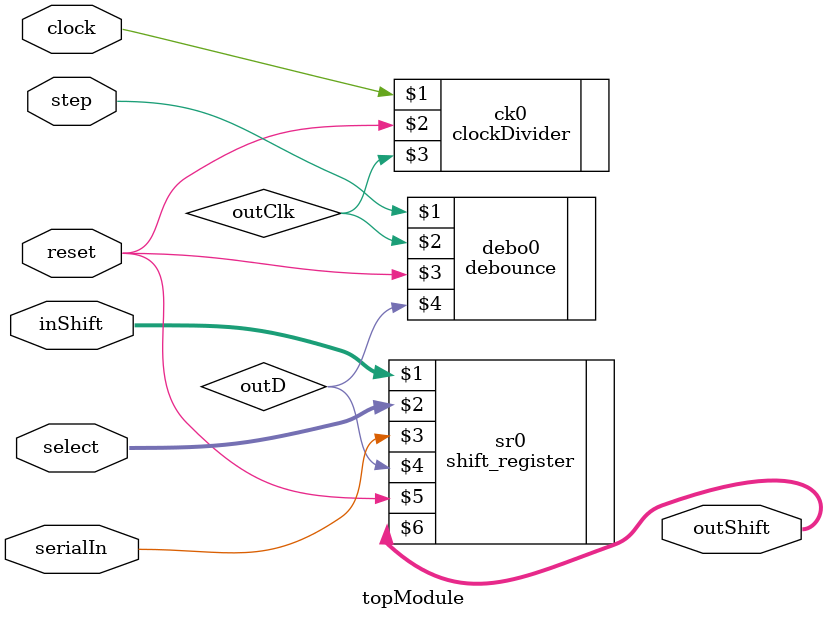
<source format=v>
`timescale 1ns / 1ps


module topModule(inShift, select, serialIn, clock, reset, step, outShift);

	input  [1:0] select;
	input  [3:0] inShift;
	input        serialIn;
	input        clock;
	input        reset;
	input        step;
	
	output [3:0] outShift;

	clockDivider ck0(clock, reset, outClk);
	
	debounce debo0(step, outClk, reset, outD);
	
	shift_register sr0(inShift, select, serialIn, outD, reset, outShift);

endmodule

</source>
